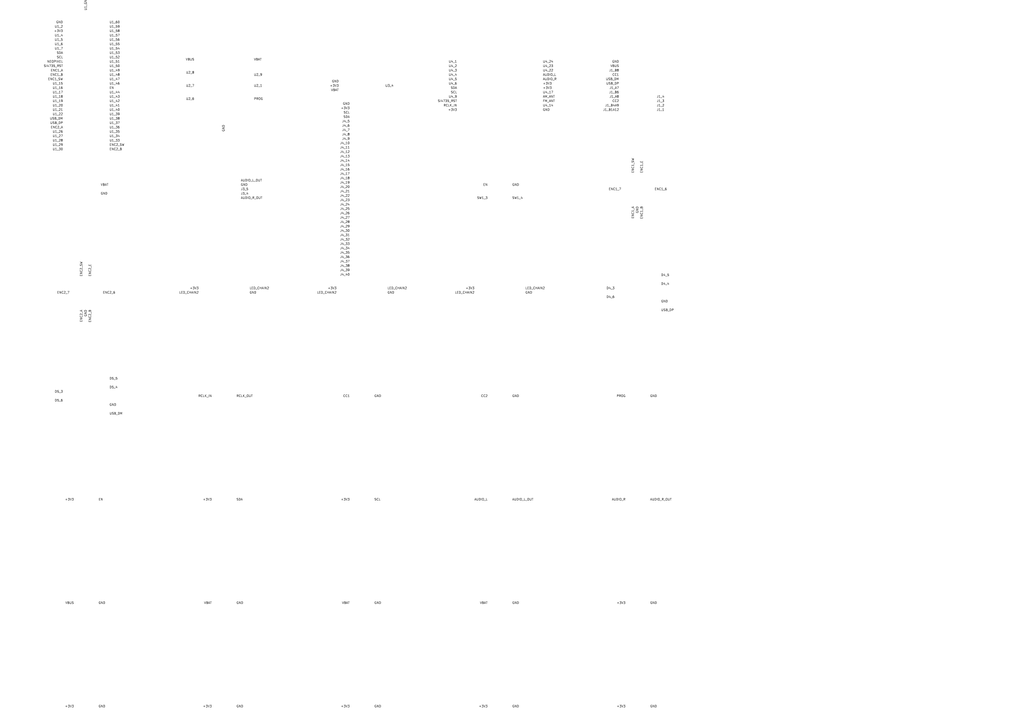
<source format=kicad_sch>
(kicad_sch (version 20231120) (generator "python_generator")
  (uuid "b0bace7c-b9f5-42a0-b069-eda8fc7cdb74")
  (paper "A2")
  (title_block
    (title "ESP32-S3 Portable Radio Receiver")
    (date "2025-12-16")
    (rev "1.0")
    (comment 1 "Generated from FSD with net labels")
  )
  (lib_symbols)

  (symbol (lib_id "JLCPCB:ESP32-S3-MINI-1-N8") (at 50.00 50.00 0)
    (uuid "d4841cfe-29b4-49c6-a94d-3b3cfdf8d6dc")
    (property "Reference" "U1" (at 50.00 40.00 0)
      (effects (font (size 1.27 1.27))))
    (property "Value" "" (at 50.00 60.00 0)
      (effects (font (size 1.27 1.27))))
    (property "Footprint" "" (at 50.00 62.00 0)
      (effects (font (size 1.27 1.27)) hide))
    (property "LCSC" "C2913206" (at 50.00 64.00 0)
      (effects (font (size 1.27 1.27)) hide))
    (instances (project "RadioReceiver" (path "/" (reference "U1") (unit 1))))
  )
  (label "GND" (at 36.57 13.17 180) (fields_autoplaced yes)
    (effects (font (size 1.27 1.27)) (justify right))
    (uuid "6a8fa56c-138c-4637-811a-ad87e332b1fb"))
  (label "U1_2" (at 36.57 15.71 180) (fields_autoplaced yes)
    (effects (font (size 1.27 1.27)) (justify right))
    (uuid "0af9c772-4776-478b-b4a0-e2dbfc431836"))
  (label "+3V3" (at 36.57 18.25 180) (fields_autoplaced yes)
    (effects (font (size 1.27 1.27)) (justify right))
    (uuid "6817479c-809f-4a7e-8212-fc51fee17ce5"))
  (label "U1_4" (at 36.57 20.79 180) (fields_autoplaced yes)
    (effects (font (size 1.27 1.27)) (justify right))
    (uuid "d9bb28ba-20f3-4637-a454-09626b8dce15"))
  (label "U1_5" (at 36.57 23.33 180) (fields_autoplaced yes)
    (effects (font (size 1.27 1.27)) (justify right))
    (uuid "52873b98-b2d2-47bf-9c1c-73eeb05447a4"))
  (label "U1_6" (at 36.57 25.87 180) (fields_autoplaced yes)
    (effects (font (size 1.27 1.27)) (justify right))
    (uuid "60ba3433-140e-4afd-897b-5f68a69c00a3"))
  (label "U1_7" (at 36.57 28.41 180) (fields_autoplaced yes)
    (effects (font (size 1.27 1.27)) (justify right))
    (uuid "f535f5ef-e63d-4de1-b821-fd8068eb6e47"))
  (label "SDA" (at 36.57 30.95 180) (fields_autoplaced yes)
    (effects (font (size 1.27 1.27)) (justify right))
    (uuid "99ee8095-8d81-4352-89f2-8b31ef161ba8"))
  (label "SCL" (at 36.57 33.49 180) (fields_autoplaced yes)
    (effects (font (size 1.27 1.27)) (justify right))
    (uuid "7e9404ff-7d37-43a0-b551-95c2ee2d3f90"))
  (label "NEOPIXEL" (at 36.57 36.03 180) (fields_autoplaced yes)
    (effects (font (size 1.27 1.27)) (justify right))
    (uuid "76863006-45f6-4461-9417-59b228ff08f6"))
  (label "SI4735_RST" (at 36.57 38.57 180) (fields_autoplaced yes)
    (effects (font (size 1.27 1.27)) (justify right))
    (uuid "7b1b3d5b-701d-4d0e-8c98-b59ae7d0ff70"))
  (label "ENC1_A" (at 36.57 41.11 180) (fields_autoplaced yes)
    (effects (font (size 1.27 1.27)) (justify right))
    (uuid "e79dbf87-8131-4917-b71c-f22e6b7db850"))
  (label "ENC1_B" (at 36.57 43.65 180) (fields_autoplaced yes)
    (effects (font (size 1.27 1.27)) (justify right))
    (uuid "74c4c87b-f5dd-4bee-bcb1-e4023ab917bb"))
  (label "ENC1_SW" (at 36.57 46.19 180) (fields_autoplaced yes)
    (effects (font (size 1.27 1.27)) (justify right))
    (uuid "608c8332-c6e0-4c73-bf7a-9b651ef6a943"))
  (label "U1_15" (at 36.57 48.73 180) (fields_autoplaced yes)
    (effects (font (size 1.27 1.27)) (justify right))
    (uuid "5331c2de-5ad6-4163-b04c-8228f72aca96"))
  (label "U1_16" (at 36.57 51.27 180) (fields_autoplaced yes)
    (effects (font (size 1.27 1.27)) (justify right))
    (uuid "b15da532-4096-4d1d-9046-3b896a583779"))
  (label "U1_17" (at 36.57 53.81 180) (fields_autoplaced yes)
    (effects (font (size 1.27 1.27)) (justify right))
    (uuid "76447f1b-51ed-470f-ae7b-25e51b0eeb87"))
  (label "U1_18" (at 36.57 56.35 180) (fields_autoplaced yes)
    (effects (font (size 1.27 1.27)) (justify right))
    (uuid "c55f570b-70b0-4529-873c-f13c31125b50"))
  (label "U1_19" (at 36.57 58.89 180) (fields_autoplaced yes)
    (effects (font (size 1.27 1.27)) (justify right))
    (uuid "fd036d65-a96f-4dd6-9412-5592f2a8bcb1"))
  (label "U1_20" (at 36.57 61.43 180) (fields_autoplaced yes)
    (effects (font (size 1.27 1.27)) (justify right))
    (uuid "2009ba77-b465-41bf-b633-c556ed839bd4"))
  (label "U1_21" (at 36.57 63.97 180) (fields_autoplaced yes)
    (effects (font (size 1.27 1.27)) (justify right))
    (uuid "9f454637-09e2-4745-9179-46476b985864"))
  (label "U1_22" (at 36.57 66.51 180) (fields_autoplaced yes)
    (effects (font (size 1.27 1.27)) (justify right))
    (uuid "541d69c0-902a-4907-bfb6-6796448a27b6"))
  (label "USB_DM" (at 36.57 69.05 180) (fields_autoplaced yes)
    (effects (font (size 1.27 1.27)) (justify right))
    (uuid "92a37791-65a3-4fef-b0f5-cee1ad4a20c2"))
  (label "USB_DP" (at 36.57 71.59 180) (fields_autoplaced yes)
    (effects (font (size 1.27 1.27)) (justify right))
    (uuid "9eaf1f82-f04f-40d5-8eb7-1d5f958e6615"))
  (label "ENC2_A" (at 36.57 74.13 180) (fields_autoplaced yes)
    (effects (font (size 1.27 1.27)) (justify right))
    (uuid "080047ee-cd2b-4552-b7b4-1d9bf21cb71b"))
  (label "U1_26" (at 36.57 76.67 180) (fields_autoplaced yes)
    (effects (font (size 1.27 1.27)) (justify right))
    (uuid "913205e3-c8c0-483d-8709-897d778bb5d0"))
  (label "U1_27" (at 36.57 79.21 180) (fields_autoplaced yes)
    (effects (font (size 1.27 1.27)) (justify right))
    (uuid "670e116e-03d9-46ae-bfa3-e2bb7d3115af"))
  (label "U1_28" (at 36.57 81.75 180) (fields_autoplaced yes)
    (effects (font (size 1.27 1.27)) (justify right))
    (uuid "e7bda4fb-b4c1-492a-8b09-9fe90dc4bf3e"))
  (label "U1_29" (at 36.57 84.29 180) (fields_autoplaced yes)
    (effects (font (size 1.27 1.27)) (justify right))
    (uuid "d8082ab4-cdac-42db-b81e-3fe8a344478c"))
  (label "U1_30" (at 36.57 86.83 180) (fields_autoplaced yes)
    (effects (font (size 1.27 1.27)) (justify right))
    (uuid "40b3077c-5518-4c72-a897-b7506df5062d"))
  (label "ENC2_B" (at 63.43 86.83 0) (fields_autoplaced yes)
    (effects (font (size 1.27 1.27)) (justify left))
    (uuid "06e1e447-6507-4b1b-a165-c05f60245aba"))
  (label "ENC2_SW" (at 63.43 84.29 0) (fields_autoplaced yes)
    (effects (font (size 1.27 1.27)) (justify left))
    (uuid "25d8bc2a-0ebd-41f2-94fe-4aa91edde6f1"))
  (label "U1_33" (at 63.43 81.75 0) (fields_autoplaced yes)
    (effects (font (size 1.27 1.27)) (justify left))
    (uuid "313afb62-5b3b-41e8-b7ee-f4ba80df12cf"))
  (label "U1_34" (at 63.43 79.21 0) (fields_autoplaced yes)
    (effects (font (size 1.27 1.27)) (justify left))
    (uuid "016c6eda-7a76-434d-80be-0ecc143d7c99"))
  (label "U1_35" (at 63.43 76.67 0) (fields_autoplaced yes)
    (effects (font (size 1.27 1.27)) (justify left))
    (uuid "d850dc99-6511-46ba-ab76-90fd9c6bc72e"))
  (label "U1_36" (at 63.43 74.13 0) (fields_autoplaced yes)
    (effects (font (size 1.27 1.27)) (justify left))
    (uuid "da938269-5ad6-4d9f-a78d-ecc94345ddc9"))
  (label "U1_37" (at 63.43 71.59 0) (fields_autoplaced yes)
    (effects (font (size 1.27 1.27)) (justify left))
    (uuid "c0a4860c-5521-48b1-947c-ed7608e86a72"))
  (label "U1_38" (at 63.43 69.05 0) (fields_autoplaced yes)
    (effects (font (size 1.27 1.27)) (justify left))
    (uuid "3bebeca6-64cc-42f3-a93b-e33636463a6f"))
  (label "U1_39" (at 63.43 66.51 0) (fields_autoplaced yes)
    (effects (font (size 1.27 1.27)) (justify left))
    (uuid "3116b231-db73-4231-a01b-a110fb93ec13"))
  (label "U1_40" (at 63.43 63.97 0) (fields_autoplaced yes)
    (effects (font (size 1.27 1.27)) (justify left))
    (uuid "eebd7d77-790b-49c8-93d3-987407ec5de7"))
  (label "U1_41" (at 63.43 61.43 0) (fields_autoplaced yes)
    (effects (font (size 1.27 1.27)) (justify left))
    (uuid "4e1ab3b7-6fb3-4acc-83e6-7929243a6f54"))
  (label "U1_42" (at 63.43 58.89 0) (fields_autoplaced yes)
    (effects (font (size 1.27 1.27)) (justify left))
    (uuid "3d7039c1-64c7-4c03-b723-026823cf499e"))
  (label "U1_43" (at 63.43 56.35 0) (fields_autoplaced yes)
    (effects (font (size 1.27 1.27)) (justify left))
    (uuid "efc912f3-0578-4d36-ab90-beca8f06b059"))
  (label "U1_44" (at 63.43 53.81 0) (fields_autoplaced yes)
    (effects (font (size 1.27 1.27)) (justify left))
    (uuid "5fe476b3-c0bc-4930-9ba0-cac93703d723"))
  (label "EN" (at 63.43 51.27 0) (fields_autoplaced yes)
    (effects (font (size 1.27 1.27)) (justify left))
    (uuid "2bfd34fe-fb21-4b3f-8584-3f81baba7271"))
  (label "U1_46" (at 63.43 48.73 0) (fields_autoplaced yes)
    (effects (font (size 1.27 1.27)) (justify left))
    (uuid "1ba0aaa2-9b71-4cfc-abbd-2470bf30c587"))
  (label "U1_47" (at 63.43 46.19 0) (fields_autoplaced yes)
    (effects (font (size 1.27 1.27)) (justify left))
    (uuid "7efea6c4-9971-4dfe-8d46-c7f859a41fcb"))
  (label "U1_48" (at 63.43 43.65 0) (fields_autoplaced yes)
    (effects (font (size 1.27 1.27)) (justify left))
    (uuid "2e6db3d7-a097-45d7-990b-af7a9a8fe3f7"))
  (label "U1_49" (at 63.43 41.11 0) (fields_autoplaced yes)
    (effects (font (size 1.27 1.27)) (justify left))
    (uuid "96d9aac9-5957-4c2b-b65d-cbeab058799b"))
  (label "U1_50" (at 63.43 38.57 0) (fields_autoplaced yes)
    (effects (font (size 1.27 1.27)) (justify left))
    (uuid "b530f0c5-dec7-4c50-8b1c-08493773cedf"))
  (label "U1_51" (at 63.43 36.03 0) (fields_autoplaced yes)
    (effects (font (size 1.27 1.27)) (justify left))
    (uuid "128419f4-a71f-41ff-b4f7-fb409720bbce"))
  (label "U1_52" (at 63.43 33.49 0) (fields_autoplaced yes)
    (effects (font (size 1.27 1.27)) (justify left))
    (uuid "03e22962-2f1b-4522-9e53-8e2650b705e4"))
  (label "U1_53" (at 63.43 30.95 0) (fields_autoplaced yes)
    (effects (font (size 1.27 1.27)) (justify left))
    (uuid "2131fdba-5d1a-4a83-857c-6424311c1041"))
  (label "U1_54" (at 63.43 28.41 0) (fields_autoplaced yes)
    (effects (font (size 1.27 1.27)) (justify left))
    (uuid "6a244391-cc0d-475f-b2d3-9d05634f1961"))
  (label "U1_55" (at 63.43 25.87 0) (fields_autoplaced yes)
    (effects (font (size 1.27 1.27)) (justify left))
    (uuid "b5c30d9e-764d-4d63-ac94-4314f68f14d3"))
  (label "U1_56" (at 63.43 23.33 0) (fields_autoplaced yes)
    (effects (font (size 1.27 1.27)) (justify left))
    (uuid "8ee70284-2ff3-4118-89ef-0edf6fb78d6f"))
  (label "U1_57" (at 63.43 20.79 0) (fields_autoplaced yes)
    (effects (font (size 1.27 1.27)) (justify left))
    (uuid "af437114-9e94-4dfa-ba5c-2a0eca432bad"))
  (label "U1_58" (at 63.43 18.25 0) (fields_autoplaced yes)
    (effects (font (size 1.27 1.27)) (justify left))
    (uuid "e6486fe4-0af9-40e9-b4f1-92b5b5caf042"))
  (label "U1_59" (at 63.43 15.71 0) (fields_autoplaced yes)
    (effects (font (size 1.27 1.27)) (justify left))
    (uuid "ff0651c8-437a-4782-a2a7-810e2b0acd1a"))
  (label "U1_60" (at 63.43 13.17 0) (fields_autoplaced yes)
    (effects (font (size 1.27 1.27)) (justify left))
    (uuid "fd6a61af-3464-44cb-9986-0eb12b3828fc"))
  (label "U1_GND" (at 50.00 6.09 270) (fields_autoplaced yes)
    (effects (font (size 1.27 1.27)) (justify left))
    (uuid "822d9e5d-d72d-450b-9308-23e69ac8e754"))
  (symbol (lib_id "JLCPCB:TP4056") (at 130.00 50.00 0)
    (uuid "7a753a94-9b64-4bc9-96d1-3df094217a5d")
    (property "Reference" "U2" (at 130.00 40.00 0)
      (effects (font (size 1.27 1.27))))
    (property "Value" "" (at 130.00 60.00 0)
      (effects (font (size 1.27 1.27))))
    (property "Footprint" "" (at 130.00 62.00 0)
      (effects (font (size 1.27 1.27)) hide))
    (property "LCSC" "C16581" (at 130.00 64.00 0)
      (effects (font (size 1.27 1.27)) hide))
    (instances (project "RadioReceiver" (path "/" (reference "U2") (unit 1))))
  )
  (label "VBAT" (at 147.24 34.76 0) (fields_autoplaced yes)
    (effects (font (size 1.27 1.27)) (justify left))
    (uuid "358d90c9-3b1c-421e-9baf-b799fb5c690f"))
  (label "U2_1" (at 147.24 50.00 0) (fields_autoplaced yes)
    (effects (font (size 1.27 1.27)) (justify left))
    (uuid "cf5f8122-a486-452b-8e84-e8dd5527c9bb"))
  (label "PROG" (at 147.24 57.62 0) (fields_autoplaced yes)
    (effects (font (size 1.27 1.27)) (justify left))
    (uuid "03d4f80a-39d4-456e-a879-20c8b3ea6ff9"))
  (label "GND" (at 130.00 72.32 270) (fields_autoplaced yes)
    (effects (font (size 1.27 1.27)) (justify right))
    (uuid "4cc95a8a-7f88-4dcb-a0db-d633b266dd49"))
  (label "VBUS" (at 112.76 34.76 180) (fields_autoplaced yes)
    (effects (font (size 1.27 1.27)) (justify right))
    (uuid "5fe33cee-5b3f-4737-a1b7-5274ca0bb853"))
  (label "U2_8" (at 112.76 42.38 180) (fields_autoplaced yes)
    (effects (font (size 1.27 1.27)) (justify right))
    (uuid "95383a21-0bfb-4873-ae96-7dc3282ad479"))
  (label "U2_7" (at 112.76 50.00 180) (fields_autoplaced yes)
    (effects (font (size 1.27 1.27)) (justify right))
    (uuid "94bbfab2-ac8c-4f9e-9106-2cac823f8473"))
  (label "U2_6" (at 112.76 57.62 180) (fields_autoplaced yes)
    (effects (font (size 1.27 1.27)) (justify right))
    (uuid "21b26633-37ae-4906-96c1-66880c653f2d"))
  (label "U2_9" (at 147.24 43.65 0) (fields_autoplaced yes)
    (effects (font (size 1.27 1.27)) (justify left))
    (uuid "645574c9-31d0-402a-b02e-cf39850c7a29"))
  (symbol (lib_id "JLCPCB:AMS1117-3_3") (at 210.00 50.00 0)
    (uuid "80ba8f1b-26fc-4ae4-a634-cd114b626c9a")
    (property "Reference" "U3" (at 210.00 40.00 0)
      (effects (font (size 1.27 1.27))))
    (property "Value" "" (at 210.00 60.00 0)
      (effects (font (size 1.27 1.27))))
    (property "Footprint" "" (at 210.00 62.00 0)
      (effects (font (size 1.27 1.27)) hide))
    (property "LCSC" "C6186" (at 210.00 64.00 0)
      (effects (font (size 1.27 1.27)) hide))
    (instances (project "RadioReceiver" (path "/" (reference "U3") (unit 1))))
  )
  (label "GND" (at 196.57 47.46 180) (fields_autoplaced yes)
    (effects (font (size 1.27 1.27)) (justify right))
    (uuid "b61abadf-32dc-42d8-b488-90d15f37be05"))
  (label "+3V3" (at 196.57 50.00 180) (fields_autoplaced yes)
    (effects (font (size 1.27 1.27)) (justify right))
    (uuid "dbb672bd-d3e2-4f9f-9398-0a3322289df2"))
  (label "VBAT" (at 196.57 52.54 180) (fields_autoplaced yes)
    (effects (font (size 1.27 1.27)) (justify right))
    (uuid "9cf3806b-3844-4c2a-a89e-65168f6aa3b6"))
  (label "U3_4" (at 223.43 50.00 0) (fields_autoplaced yes)
    (effects (font (size 1.27 1.27)) (justify left))
    (uuid "c5af177c-dac9-4643-84e4-be924b634edb"))
  (symbol (lib_id "JLCPCB:SI4735-D60-GU") (at 290.00 50.00 0)
    (uuid "572e11bc-5e3e-4263-9233-4413c9f8adb2")
    (property "Reference" "U4" (at 290.00 40.00 0)
      (effects (font (size 1.27 1.27))))
    (property "Value" "" (at 290.00 60.00 0)
      (effects (font (size 1.27 1.27))))
    (property "Footprint" "" (at 290.00 62.00 0)
      (effects (font (size 1.27 1.27)) hide))
    (property "LCSC" "C1526089" (at 290.00 64.00 0)
      (effects (font (size 1.27 1.27)) hide))
    (instances (project "RadioReceiver" (path "/" (reference "U4") (unit 1))))
  )
  (label "U4_1" (at 265.14 36.03 180) (fields_autoplaced yes)
    (effects (font (size 1.27 1.27)) (justify right))
    (uuid "875649b9-f052-4b42-8b31-545a37f829b0"))
  (label "U4_2" (at 265.14 38.57 180) (fields_autoplaced yes)
    (effects (font (size 1.27 1.27)) (justify right))
    (uuid "84a2d995-f3a3-4d9a-a938-ad86932d8979"))
  (label "U4_3" (at 265.14 41.11 180) (fields_autoplaced yes)
    (effects (font (size 1.27 1.27)) (justify right))
    (uuid "6b92f353-9cb8-4811-a515-d09250bc0038"))
  (label "U4_4" (at 265.14 43.65 180) (fields_autoplaced yes)
    (effects (font (size 1.27 1.27)) (justify right))
    (uuid "d2db376f-99e2-4f68-a811-3656ca414711"))
  (label "U4_5" (at 265.14 46.19 180) (fields_autoplaced yes)
    (effects (font (size 1.27 1.27)) (justify right))
    (uuid "fbbe5d54-3f08-4c7a-b119-c385279aeb36"))
  (label "U4_6" (at 265.14 48.73 180) (fields_autoplaced yes)
    (effects (font (size 1.27 1.27)) (justify right))
    (uuid "afdf8c5b-5ed6-48b7-8973-0ae0ce804165"))
  (label "SDA" (at 265.14 51.27 180) (fields_autoplaced yes)
    (effects (font (size 1.27 1.27)) (justify right))
    (uuid "5b565220-591f-466b-956f-8a2ec0aadc5e"))
  (label "SCL" (at 265.14 53.81 180) (fields_autoplaced yes)
    (effects (font (size 1.27 1.27)) (justify right))
    (uuid "7b60bedd-3179-49c4-acc9-21d13a69197c"))
  (label "U4_9" (at 265.14 56.35 180) (fields_autoplaced yes)
    (effects (font (size 1.27 1.27)) (justify right))
    (uuid "327df276-f9f4-474e-a3fb-7a00279239fe"))
  (label "SI4735_RST" (at 265.14 58.89 180) (fields_autoplaced yes)
    (effects (font (size 1.27 1.27)) (justify right))
    (uuid "70489d85-390a-4a5f-9cff-ad4ecc9b5c11"))
  (label "RCLK_IN" (at 265.14 61.43 180) (fields_autoplaced yes)
    (effects (font (size 1.27 1.27)) (justify right))
    (uuid "781efb29-d8a1-4d36-b5c9-d06e3b58157a"))
  (label "+3V3" (at 265.14 63.97 180) (fields_autoplaced yes)
    (effects (font (size 1.27 1.27)) (justify right))
    (uuid "da91375d-d481-48e8-8502-09900a7390dc"))
  (label "GND" (at 314.86 63.97 0) (fields_autoplaced yes)
    (effects (font (size 1.27 1.27)) (justify left))
    (uuid "0d7d2a5c-0246-439b-923e-7ffdca135e4a"))
  (label "U4_14" (at 314.86 61.43 0) (fields_autoplaced yes)
    (effects (font (size 1.27 1.27)) (justify left))
    (uuid "e26149ce-204d-45ad-88b2-0c183930d263"))
  (label "FM_ANT" (at 314.86 58.89 0) (fields_autoplaced yes)
    (effects (font (size 1.27 1.27)) (justify left))
    (uuid "d44d3008-dd60-4107-9431-a575a03c1b66"))
  (label "AM_ANT" (at 314.86 56.35 0) (fields_autoplaced yes)
    (effects (font (size 1.27 1.27)) (justify left))
    (uuid "9ef195cf-bb12-4b57-8abb-02ad746a5ce3"))
  (label "U4_17" (at 314.86 53.81 0) (fields_autoplaced yes)
    (effects (font (size 1.27 1.27)) (justify left))
    (uuid "27400828-c41f-43c1-b15d-d77f5fae5bb8"))
  (label "+3V3" (at 314.86 51.27 0) (fields_autoplaced yes)
    (effects (font (size 1.27 1.27)) (justify left))
    (uuid "97d4dd4e-70ed-484e-93de-00b70bff120e"))
  (label "+3V3" (at 314.86 48.73 0) (fields_autoplaced yes)
    (effects (font (size 1.27 1.27)) (justify left))
    (uuid "65979119-ae46-4b40-84ec-94a4eafdab36"))
  (label "AUDIO_R" (at 314.86 46.19 0) (fields_autoplaced yes)
    (effects (font (size 1.27 1.27)) (justify left))
    (uuid "6a7cc2bb-9bfd-4f92-a507-005f4482ad11"))
  (label "AUDIO_L" (at 314.86 43.65 0) (fields_autoplaced yes)
    (effects (font (size 1.27 1.27)) (justify left))
    (uuid "9c128d3a-4a89-49cb-a00e-2d2bfd87a7df"))
  (label "U4_22" (at 314.86 41.11 0) (fields_autoplaced yes)
    (effects (font (size 1.27 1.27)) (justify left))
    (uuid "485c1797-4e94-4a6a-8da2-36b6234f8de4"))
  (label "U4_23" (at 314.86 38.57 0) (fields_autoplaced yes)
    (effects (font (size 1.27 1.27)) (justify left))
    (uuid "887f52d5-2017-490c-b4e5-57b7e258b303"))
  (label "U4_24" (at 314.86 36.03 0) (fields_autoplaced yes)
    (effects (font (size 1.27 1.27)) (justify left))
    (uuid "2375a20c-08f5-4622-a00c-82a7a843611d"))
  (symbol (lib_id "JLCPCB:TYPE-C-31-M-12") (at 370.00 50.00 0)
    (uuid "1e029629-ccf3-4035-87a5-3f41ea3c25ad")
    (property "Reference" "J1" (at 370.00 40.00 0)
      (effects (font (size 1.27 1.27))))
    (property "Value" "" (at 370.00 60.00 0)
      (effects (font (size 1.27 1.27))))
    (property "Footprint" "" (at 370.00 62.00 0)
      (effects (font (size 1.27 1.27)) hide))
    (property "LCSC" "C165948" (at 370.00 64.00 0)
      (effects (font (size 1.27 1.27)) hide))
    (instances (project "RadioReceiver" (path "/" (reference "J1") (unit 1))))
  )
  (label "GND" (at 359.11 36.03 180) (fields_autoplaced yes)
    (effects (font (size 1.27 1.27)) (justify right))
    (uuid "db86159a-bf61-4822-b83a-a869775c75e8"))
  (label "VBUS" (at 359.11 38.57 180) (fields_autoplaced yes)
    (effects (font (size 1.27 1.27)) (justify right))
    (uuid "97612020-d82c-477a-bb3c-c726dfad10b8"))
  (label "J1_B8" (at 359.11 41.11 180) (fields_autoplaced yes)
    (effects (font (size 1.27 1.27)) (justify right))
    (uuid "53c42e96-be34-4bb2-ba5f-b50f889d333a"))
  (label "CC1" (at 359.11 43.65 180) (fields_autoplaced yes)
    (effects (font (size 1.27 1.27)) (justify right))
    (uuid "6bb8626d-4616-4baa-9911-475552226db1"))
  (label "USB_DM" (at 359.11 46.19 180) (fields_autoplaced yes)
    (effects (font (size 1.27 1.27)) (justify right))
    (uuid "10981a6e-3a2d-4ede-b5cd-2bdbfc6f8308"))
  (label "USB_DP" (at 359.11 48.73 180) (fields_autoplaced yes)
    (effects (font (size 1.27 1.27)) (justify right))
    (uuid "60715b22-7c8e-41ab-a465-9b9cf7afc983"))
  (label "J1_A7" (at 359.11 51.27 180) (fields_autoplaced yes)
    (effects (font (size 1.27 1.27)) (justify right))
    (uuid "f08e4656-a9a1-4b49-b066-aff33c022478"))
  (label "J1_B6" (at 359.11 53.81 180) (fields_autoplaced yes)
    (effects (font (size 1.27 1.27)) (justify right))
    (uuid "5f07aec5-4c8c-4e57-b2a7-3b696427df06"))
  (label "J1_A8" (at 359.11 56.35 180) (fields_autoplaced yes)
    (effects (font (size 1.27 1.27)) (justify right))
    (uuid "ba483385-d150-490f-a67c-ae795f020f15"))
  (label "CC2" (at 359.11 58.89 180) (fields_autoplaced yes)
    (effects (font (size 1.27 1.27)) (justify right))
    (uuid "9b563abd-a6f7-4ac0-a322-b1a66f21c1e1"))
  (label "J1_B4A9" (at 359.11 61.43 180) (fields_autoplaced yes)
    (effects (font (size 1.27 1.27)) (justify right))
    (uuid "59629138-4a90-4105-bbe9-67ea7214cf70"))
  (label "J1_B1A12" (at 359.11 63.97 180) (fields_autoplaced yes)
    (effects (font (size 1.27 1.27)) (justify right))
    (uuid "351a7079-a1b7-4d08-90ba-ce1fcc4ae1d5"))
  (label "J1_4" (at 380.89 56.35 0) (fields_autoplaced yes)
    (effects (font (size 1.27 1.27)) (justify left))
    (uuid "f98c3851-5d97-443f-9a1c-beedaf9c5283"))
  (label "J1_3" (at 380.89 58.89 0) (fields_autoplaced yes)
    (effects (font (size 1.27 1.27)) (justify left))
    (uuid "9edf96b8-e121-4fcb-b03a-91b7a0cfc469"))
  (label "J1_2" (at 380.89 61.43 0) (fields_autoplaced yes)
    (effects (font (size 1.27 1.27)) (justify left))
    (uuid "b2a7682f-74e9-4b48-ad57-a1ba14f3df25"))
  (label "J1_1" (at 380.89 63.97 0) (fields_autoplaced yes)
    (effects (font (size 1.27 1.27)) (justify left))
    (uuid "95de9cad-cf51-4866-8fad-1790c8c30c37"))
  (symbol (lib_id "JLCPCB:B2B-PH-K-S(LF)(SN)") (at 50.00 110.00 0)
    (uuid "1f404847-cecc-490c-a6fb-5695cd05af89")
    (property "Reference" "J2" (at 50.00 100.00 0)
      (effects (font (size 1.27 1.27))))
    (property "Value" "" (at 50.00 120.00 0)
      (effects (font (size 1.27 1.27))))
    (property "Footprint" "" (at 50.00 122.00 0)
      (effects (font (size 1.27 1.27)) hide))
    (property "LCSC" "C131337" (at 50.00 124.00 0)
      (effects (font (size 1.27 1.27)) hide))
    (instances (project "RadioReceiver" (path "/" (reference "J2") (unit 1))))
  )
  (label "VBAT" (at 58.35 107.46 0) (fields_autoplaced yes)
    (effects (font (size 1.27 1.27)) (justify left))
    (uuid "ab5afdbb-1e77-4ce2-9031-b039fa044e7b"))
  (label "GND" (at 58.35 112.54 0) (fields_autoplaced yes)
    (effects (font (size 1.27 1.27)) (justify left))
    (uuid "49e7eefd-f11b-4fa0-b766-5fb599fe1738"))
  (symbol (lib_id "JLCPCB:PJ-3537S") (at 130.00 110.00 0)
    (uuid "872c8388-d1d1-426d-8776-2740a3a6ce2f")
    (property "Reference" "J3" (at 130.00 100.00 0)
      (effects (font (size 1.27 1.27))))
    (property "Value" "" (at 130.00 120.00 0)
      (effects (font (size 1.27 1.27))))
    (property "Footprint" "" (at 130.00 122.00 0)
      (effects (font (size 1.27 1.27)) hide))
    (property "LCSC" "C2689709" (at 130.00 124.00 0)
      (effects (font (size 1.27 1.27)) hide))
    (instances (project "RadioReceiver" (path "/" (reference "J3") (unit 1))))
  )
  (label "AUDIO_L_OUT" (at 139.62 104.92 0) (fields_autoplaced yes)
    (effects (font (size 1.27 1.27)) (justify left))
    (uuid "029a25b1-a30a-40ba-af29-e5d2bd00c754"))
  (label "J3_5" (at 139.62 110.00 0) (fields_autoplaced yes)
    (effects (font (size 1.27 1.27)) (justify left))
    (uuid "69c9becd-cd4a-4118-bca9-6eb026542ba8"))
  (label "GND" (at 139.62 107.46 0) (fields_autoplaced yes)
    (effects (font (size 1.27 1.27)) (justify left))
    (uuid "7d2b7bae-f749-428b-87b6-ac5afb53521b"))
  (label "J3_4" (at 139.62 112.54 0) (fields_autoplaced yes)
    (effects (font (size 1.27 1.27)) (justify left))
    (uuid "3e70bbad-d5b1-4966-bee2-97734ccb86d4"))
  (label "AUDIO_R_OUT" (at 139.62 115.08 0) (fields_autoplaced yes)
    (effects (font (size 1.27 1.27)) (justify left))
    (uuid "92fdfc3d-7dab-4d8a-b48e-c6cb1ac3167b"))
  (symbol (lib_id "JLCPCB:Header-Male-2_54_1x40") (at 210.00 110.00 0)
    (uuid "1d250cfd-2c74-4bf8-8e6a-dcb9aeae4687")
    (property "Reference" "J4" (at 210.00 100.00 0)
      (effects (font (size 1.27 1.27))))
    (property "Value" "" (at 210.00 120.00 0)
      (effects (font (size 1.27 1.27))))
    (property "Footprint" "" (at 210.00 122.00 0)
      (effects (font (size 1.27 1.27)) hide))
    (property "LCSC" "C2337" (at 210.00 124.00 0)
      (effects (font (size 1.27 1.27)) hide))
    (instances (project "RadioReceiver" (path "/" (reference "J4") (unit 1))))
  )
  (label "GND" (at 202.92 60.47 180) (fields_autoplaced yes)
    (effects (font (size 1.27 1.27)) (justify right))
    (uuid "9456f0f4-0b94-4455-8d66-4ff812e3ee8f"))
  (label "+3V3" (at 202.92 63.01 180) (fields_autoplaced yes)
    (effects (font (size 1.27 1.27)) (justify right))
    (uuid "98eee5b8-ba9c-48ad-ad98-434d883d5ac7"))
  (label "SCL" (at 202.92 65.55 180) (fields_autoplaced yes)
    (effects (font (size 1.27 1.27)) (justify right))
    (uuid "adf45fa5-997f-434d-8875-2ccba32a4e81"))
  (label "SDA" (at 202.92 68.09 180) (fields_autoplaced yes)
    (effects (font (size 1.27 1.27)) (justify right))
    (uuid "8daec785-660f-48fb-9a54-ff5acf4452c6"))
  (label "J4_5" (at 202.92 70.63 180) (fields_autoplaced yes)
    (effects (font (size 1.27 1.27)) (justify right))
    (uuid "bef179a1-5898-4561-8dc2-be7ec942eaae"))
  (label "J4_6" (at 202.92 73.17 180) (fields_autoplaced yes)
    (effects (font (size 1.27 1.27)) (justify right))
    (uuid "5ffc3905-f1de-4a96-ac7d-d104ed8ba465"))
  (label "J4_7" (at 202.92 75.71 180) (fields_autoplaced yes)
    (effects (font (size 1.27 1.27)) (justify right))
    (uuid "25760a6a-8f48-43ba-ab93-3aded2e609ac"))
  (label "J4_8" (at 202.92 78.25 180) (fields_autoplaced yes)
    (effects (font (size 1.27 1.27)) (justify right))
    (uuid "c4c6d5a6-c034-45d1-b11c-1d90699efeaf"))
  (label "J4_9" (at 202.92 80.79 180) (fields_autoplaced yes)
    (effects (font (size 1.27 1.27)) (justify right))
    (uuid "946a60e8-36ba-462e-a02d-ee9b7c51e7ee"))
  (label "J4_10" (at 202.92 83.33 180) (fields_autoplaced yes)
    (effects (font (size 1.27 1.27)) (justify right))
    (uuid "8fa6950c-2a5f-47e8-8a6a-fe60bf62851f"))
  (label "J4_11" (at 202.92 85.87 180) (fields_autoplaced yes)
    (effects (font (size 1.27 1.27)) (justify right))
    (uuid "a4fd4d5a-1326-4266-a470-4eb8537d8061"))
  (label "J4_12" (at 202.92 88.41 180) (fields_autoplaced yes)
    (effects (font (size 1.27 1.27)) (justify right))
    (uuid "0f4d6893-b4f8-4533-8915-6fc6faea5e0b"))
  (label "J4_13" (at 202.92 90.95 180) (fields_autoplaced yes)
    (effects (font (size 1.27 1.27)) (justify right))
    (uuid "f5240f4c-da43-4010-a0b1-e9a8f43fff7a"))
  (label "J4_14" (at 202.92 93.49 180) (fields_autoplaced yes)
    (effects (font (size 1.27 1.27)) (justify right))
    (uuid "342144a6-243c-43f6-8aee-c589445defc4"))
  (label "J4_15" (at 202.92 96.03 180) (fields_autoplaced yes)
    (effects (font (size 1.27 1.27)) (justify right))
    (uuid "7400cc30-40fe-41a6-a9ec-31551f212ee4"))
  (label "J4_16" (at 202.92 98.57 180) (fields_autoplaced yes)
    (effects (font (size 1.27 1.27)) (justify right))
    (uuid "ecd3968f-17ca-4ccf-97a0-aea66154324d"))
  (label "J4_17" (at 202.92 101.11 180) (fields_autoplaced yes)
    (effects (font (size 1.27 1.27)) (justify right))
    (uuid "46ca0988-92ce-4a48-9e8d-aa49266849eb"))
  (label "J4_18" (at 202.92 103.65 180) (fields_autoplaced yes)
    (effects (font (size 1.27 1.27)) (justify right))
    (uuid "fadcf942-d30e-4c1d-9afb-ebcb997fdbca"))
  (label "J4_19" (at 202.92 106.19 180) (fields_autoplaced yes)
    (effects (font (size 1.27 1.27)) (justify right))
    (uuid "ef1933d8-5a5d-4187-8d6a-1d034839770c"))
  (label "J4_20" (at 202.92 108.73 180) (fields_autoplaced yes)
    (effects (font (size 1.27 1.27)) (justify right))
    (uuid "2cbfa917-2236-438d-87be-43c448886a76"))
  (label "J4_21" (at 202.92 111.27 180) (fields_autoplaced yes)
    (effects (font (size 1.27 1.27)) (justify right))
    (uuid "d3156859-9cef-4ff6-aad2-0a70125472ed"))
  (label "J4_22" (at 202.92 113.81 180) (fields_autoplaced yes)
    (effects (font (size 1.27 1.27)) (justify right))
    (uuid "78e3729e-711e-4794-9812-c0f7c97a97a0"))
  (label "J4_23" (at 202.92 116.35 180) (fields_autoplaced yes)
    (effects (font (size 1.27 1.27)) (justify right))
    (uuid "57b0dfe5-76a7-45ee-b30c-228b129983f1"))
  (label "J4_24" (at 202.92 118.89 180) (fields_autoplaced yes)
    (effects (font (size 1.27 1.27)) (justify right))
    (uuid "e6852abe-5a6a-4000-9408-cdab3d582289"))
  (label "J4_25" (at 202.92 121.43 180) (fields_autoplaced yes)
    (effects (font (size 1.27 1.27)) (justify right))
    (uuid "5141738b-382b-4b46-bfde-20749d2631ed"))
  (label "J4_26" (at 202.92 123.97 180) (fields_autoplaced yes)
    (effects (font (size 1.27 1.27)) (justify right))
    (uuid "d671e8d2-b740-4ff3-adf2-dbb78dd08cc0"))
  (label "J4_27" (at 202.92 126.51 180) (fields_autoplaced yes)
    (effects (font (size 1.27 1.27)) (justify right))
    (uuid "b11612c7-c2d5-46a7-9c94-b0a42566c635"))
  (label "J4_28" (at 202.92 129.05 180) (fields_autoplaced yes)
    (effects (font (size 1.27 1.27)) (justify right))
    (uuid "48a69aaa-4847-4ffb-914b-934aee1f48d8"))
  (label "J4_29" (at 202.92 131.59 180) (fields_autoplaced yes)
    (effects (font (size 1.27 1.27)) (justify right))
    (uuid "20d0c818-c473-4af5-a95f-a45d879da52a"))
  (label "J4_30" (at 202.92 134.13 180) (fields_autoplaced yes)
    (effects (font (size 1.27 1.27)) (justify right))
    (uuid "a1c8dcf1-24ee-4674-813b-506a66662b56"))
  (label "J4_31" (at 202.92 136.67 180) (fields_autoplaced yes)
    (effects (font (size 1.27 1.27)) (justify right))
    (uuid "fcb045bd-98cb-454f-ac77-81c09be4982c"))
  (label "J4_32" (at 202.92 139.21 180) (fields_autoplaced yes)
    (effects (font (size 1.27 1.27)) (justify right))
    (uuid "8b9e97c2-ec0a-44c1-b38f-59c7c8f22d2b"))
  (label "J4_33" (at 202.92 141.75 180) (fields_autoplaced yes)
    (effects (font (size 1.27 1.27)) (justify right))
    (uuid "f991a4c4-3498-4441-b8cd-7cb65a67c93d"))
  (label "J4_34" (at 202.92 144.29 180) (fields_autoplaced yes)
    (effects (font (size 1.27 1.27)) (justify right))
    (uuid "6e974eb9-41f8-496b-a96c-9aceb9c0e2bb"))
  (label "J4_35" (at 202.92 146.83 180) (fields_autoplaced yes)
    (effects (font (size 1.27 1.27)) (justify right))
    (uuid "3139fdc7-d244-4cdb-b154-460c5065e314"))
  (label "J4_36" (at 202.92 149.37 180) (fields_autoplaced yes)
    (effects (font (size 1.27 1.27)) (justify right))
    (uuid "343d9462-1617-4ec4-bace-593397fcd666"))
  (label "J4_37" (at 202.92 151.91 180) (fields_autoplaced yes)
    (effects (font (size 1.27 1.27)) (justify right))
    (uuid "f428164e-debc-4e6c-987c-672cb0dde25a"))
  (label "J4_38" (at 202.92 154.45 180) (fields_autoplaced yes)
    (effects (font (size 1.27 1.27)) (justify right))
    (uuid "e88dd56b-b21f-4aec-8a28-d1ab43f3aa79"))
  (label "J4_39" (at 202.92 156.99 180) (fields_autoplaced yes)
    (effects (font (size 1.27 1.27)) (justify right))
    (uuid "fdc03a9b-fd06-48ba-a5e7-0c8d5af967ac"))
  (label "J4_40" (at 202.92 159.53 180) (fields_autoplaced yes)
    (effects (font (size 1.27 1.27)) (justify right))
    (uuid "9322d815-b94f-433c-8f5c-af33374a5d31"))
  (symbol (lib_id "JLCPCB:TS-1187A-B-A-B") (at 290.00 110.00 0)
    (uuid "391573a5-6ef7-4d62-b00c-a5be09a62a84")
    (property "Reference" "SW1" (at 290.00 100.00 0)
      (effects (font (size 1.27 1.27))))
    (property "Value" "" (at 290.00 120.00 0)
      (effects (font (size 1.27 1.27))))
    (property "Footprint" "" (at 290.00 122.00 0)
      (effects (font (size 1.27 1.27)) hide))
    (property "LCSC" "C318884" (at 290.00 124.00 0)
      (effects (font (size 1.27 1.27)) hide))
    (instances (project "RadioReceiver" (path "/" (reference "SW1") (unit 1))))
  )
  (label "GND" (at 297.08 107.46 0) (fields_autoplaced yes)
    (effects (font (size 1.27 1.27)) (justify left))
    (uuid "524981ca-814c-4e2b-b089-93457323e000"))
  (label "EN" (at 282.92 107.46 180) (fields_autoplaced yes)
    (effects (font (size 1.27 1.27)) (justify right))
    (uuid "df1c9478-b2b0-4f24-943e-43c3e834ea95"))
  (label "SW1_4" (at 297.08 115.08 0) (fields_autoplaced yes)
    (effects (font (size 1.27 1.27)) (justify left))
    (uuid "3e6511da-8342-4285-8cd5-300fa594c823"))
  (label "SW1_3" (at 282.92 115.08 180) (fields_autoplaced yes)
    (effects (font (size 1.27 1.27)) (justify right))
    (uuid "6610c1e1-7dde-4993-9450-31c2d392bdd6"))
  (symbol (lib_id "JLCPCB:EC11E18244A5") (at 370.00 110.00 0)
    (uuid "b1c6a3c1-dd77-4fb4-89d7-d76b459ffaa9")
    (property "Reference" "ENC1" (at 370.00 100.00 0)
      (effects (font (size 1.27 1.27))))
    (property "Value" "" (at 370.00 120.00 0)
      (effects (font (size 1.27 1.27))))
    (property "Footprint" "" (at 370.00 122.00 0)
      (effects (font (size 1.27 1.27)) hide))
    (property "LCSC" "C255515" (at 370.00 124.00 0)
      (effects (font (size 1.27 1.27)) hide))
    (instances (project "RadioReceiver" (path "/" (reference "ENC1") (unit 1))))
  )
  (label "ENC1_A" (at 367.46 119.62 270) (fields_autoplaced yes)
    (effects (font (size 1.27 1.27)) (justify right))
    (uuid "9e80f370-3a11-4ed9-bc2d-d2fee5387b58"))
  (label "ENC1_B" (at 372.54 119.62 270) (fields_autoplaced yes)
    (effects (font (size 1.27 1.27)) (justify right))
    (uuid "64e3532c-1efa-41e6-b873-76e82397e92f"))
  (label "GND" (at 370.00 119.62 270) (fields_autoplaced yes)
    (effects (font (size 1.27 1.27)) (justify right))
    (uuid "1843f355-3a5c-4354-bc6a-40c037323433"))
  (label "ENC1_SW" (at 367.46 100.38 270) (fields_autoplaced yes)
    (effects (font (size 1.27 1.27)) (justify left))
    (uuid "1ba01f49-21a4-4274-82d8-eec861d738fb"))
  (label "ENC1_E" (at 372.54 100.38 270) (fields_autoplaced yes)
    (effects (font (size 1.27 1.27)) (justify left))
    (uuid "c6b2e35a-5d6f-4107-99b5-b9653dbdcea9"))
  (label "ENC1_6" (at 379.62 110.00 0) (fields_autoplaced yes)
    (effects (font (size 1.27 1.27)) (justify left))
    (uuid "eb0215e5-8484-4b4a-9434-17c44ba94912"))
  (label "ENC1_7" (at 360.38 110.00 180) (fields_autoplaced yes)
    (effects (font (size 1.27 1.27)) (justify right))
    (uuid "5afb3185-184f-49c5-9ec5-4ad603c38fc5"))
  (symbol (lib_id "JLCPCB:EC11E18244A5") (at 50.00 170.00 0)
    (uuid "092313e1-9a96-4dd6-9116-01184baa95a2")
    (property "Reference" "ENC2" (at 50.00 160.00 0)
      (effects (font (size 1.27 1.27))))
    (property "Value" "" (at 50.00 180.00 0)
      (effects (font (size 1.27 1.27))))
    (property "Footprint" "" (at 50.00 182.00 0)
      (effects (font (size 1.27 1.27)) hide))
    (property "LCSC" "C255515" (at 50.00 184.00 0)
      (effects (font (size 1.27 1.27)) hide))
    (instances (project "RadioReceiver" (path "/" (reference "ENC2") (unit 1))))
  )
  (label "ENC2_A" (at 47.46 179.62 270) (fields_autoplaced yes)
    (effects (font (size 1.27 1.27)) (justify right))
    (uuid "d60f8d98-b404-49cc-9441-b0d52f9ed9d7"))
  (label "ENC2_B" (at 52.54 179.62 270) (fields_autoplaced yes)
    (effects (font (size 1.27 1.27)) (justify right))
    (uuid "914c7ff4-f538-4a77-89f6-4ff41b9e7901"))
  (label "GND" (at 50.00 179.62 270) (fields_autoplaced yes)
    (effects (font (size 1.27 1.27)) (justify right))
    (uuid "58431cf5-1c58-4715-a7aa-78c01ee0ca12"))
  (label "ENC2_SW" (at 47.46 160.38 270) (fields_autoplaced yes)
    (effects (font (size 1.27 1.27)) (justify left))
    (uuid "f12b2ad8-f7e1-45dc-a065-eaec5c1d7ee4"))
  (label "ENC2_E" (at 52.54 160.38 270) (fields_autoplaced yes)
    (effects (font (size 1.27 1.27)) (justify left))
    (uuid "0f99735c-9443-4130-b28b-b57f2d165ea1"))
  (label "ENC2_6" (at 59.62 170.00 0) (fields_autoplaced yes)
    (effects (font (size 1.27 1.27)) (justify left))
    (uuid "cd40f06f-0003-4d65-8e11-3240dd4465f7"))
  (label "ENC2_7" (at 40.38 170.00 180) (fields_autoplaced yes)
    (effects (font (size 1.27 1.27)) (justify right))
    (uuid "1f3e3e38-26e1-4987-8b30-a8b001024bef"))
  (symbol (lib_id "JLCPCB:WS2812B-B{slash}W") (at 130.00 170.00 0)
    (uuid "498d2264-bace-4fc1-9efa-4ea42e1069b8")
    (property "Reference" "D1" (at 130.00 160.00 0)
      (effects (font (size 1.27 1.27))))
    (property "Value" "" (at 130.00 180.00 0)
      (effects (font (size 1.27 1.27))))
    (property "Footprint" "" (at 130.00 182.00 0)
      (effects (font (size 1.27 1.27)) hide))
    (property "LCSC" "C2761795" (at 130.00 184.00 0)
      (effects (font (size 1.27 1.27)) hide))
    (instances (project "RadioReceiver" (path "/" (reference "D1") (unit 1))))
  )
  (label "+3V3" (at 115.30 167.46 180) (fields_autoplaced yes)
    (effects (font (size 1.27 1.27)) (justify right))
    (uuid "323b7c8f-c65a-48cb-881d-2efa6fb0a8be"))
  (label "LED_CHAIN2" (at 115.30 170.00 180) (fields_autoplaced yes)
    (effects (font (size 1.27 1.27)) (justify right))
    (uuid "814fa67c-23cf-40f6-a76e-214657676743"))
  (label "GND" (at 144.70 170.00 0) (fields_autoplaced yes)
    (effects (font (size 1.27 1.27)) (justify left))
    (uuid "b112bcae-548a-4898-95b3-b59faab3ca36"))
  (label "LED_CHAIN2" (at 144.70 167.46 0) (fields_autoplaced yes)
    (effects (font (size 1.27 1.27)) (justify left))
    (uuid "81008537-ab5f-4cdd-a50e-7d72585c2edb"))
  (symbol (lib_id "JLCPCB:WS2812B-B{slash}W") (at 210.00 170.00 0)
    (uuid "43dd1f29-f288-43ea-ad3d-1dda69ac908c")
    (property "Reference" "D2" (at 210.00 160.00 0)
      (effects (font (size 1.27 1.27))))
    (property "Value" "" (at 210.00 180.00 0)
      (effects (font (size 1.27 1.27))))
    (property "Footprint" "" (at 210.00 182.00 0)
      (effects (font (size 1.27 1.27)) hide))
    (property "LCSC" "C2761795" (at 210.00 184.00 0)
      (effects (font (size 1.27 1.27)) hide))
    (instances (project "RadioReceiver" (path "/" (reference "D2") (unit 1))))
  )
  (label "+3V3" (at 195.30 167.46 180) (fields_autoplaced yes)
    (effects (font (size 1.27 1.27)) (justify right))
    (uuid "ff53e6a8-8ff3-4cc4-bf7d-9ec3d283edd1"))
  (label "LED_CHAIN2" (at 195.30 170.00 180) (fields_autoplaced yes)
    (effects (font (size 1.27 1.27)) (justify right))
    (uuid "1c46a522-fc87-48fc-8a8d-99eb8b8c3c18"))
  (label "GND" (at 224.70 170.00 0) (fields_autoplaced yes)
    (effects (font (size 1.27 1.27)) (justify left))
    (uuid "6ca25afc-5c4e-42e8-876d-f4447e20172f"))
  (label "LED_CHAIN2" (at 224.70 167.46 0) (fields_autoplaced yes)
    (effects (font (size 1.27 1.27)) (justify left))
    (uuid "552fc222-576c-4a74-b710-aa10b2955f33"))
  (symbol (lib_id "JLCPCB:WS2812B-B{slash}W") (at 290.00 170.00 0)
    (uuid "893a9f5d-eb79-46bc-9ceb-ac7d06efa5f1")
    (property "Reference" "D3" (at 290.00 160.00 0)
      (effects (font (size 1.27 1.27))))
    (property "Value" "" (at 290.00 180.00 0)
      (effects (font (size 1.27 1.27))))
    (property "Footprint" "" (at 290.00 182.00 0)
      (effects (font (size 1.27 1.27)) hide))
    (property "LCSC" "C2761795" (at 290.00 184.00 0)
      (effects (font (size 1.27 1.27)) hide))
    (instances (project "RadioReceiver" (path "/" (reference "D3") (unit 1))))
  )
  (label "+3V3" (at 275.30 167.46 180) (fields_autoplaced yes)
    (effects (font (size 1.27 1.27)) (justify right))
    (uuid "02d22849-30cc-439e-9356-f112821ef2ec"))
  (label "LED_CHAIN2" (at 275.30 170.00 180) (fields_autoplaced yes)
    (effects (font (size 1.27 1.27)) (justify right))
    (uuid "51db35e5-e078-4931-adc9-09aeb6bc1fe5"))
  (label "GND" (at 304.70 170.00 0) (fields_autoplaced yes)
    (effects (font (size 1.27 1.27)) (justify left))
    (uuid "d24aa89d-f479-4da3-9424-8b57daf7e433"))
  (label "LED_CHAIN2" (at 304.70 167.46 0) (fields_autoplaced yes)
    (effects (font (size 1.27 1.27)) (justify left))
    (uuid "f64ffc2c-bac7-4f5b-9e5c-3e7dfbffa191"))
  (symbol (lib_id "JLCPCB:AP1501-50K5G-13") (at 370.00 170.00 0)
    (uuid "31439f61-3b48-4599-ba5f-7086fe156cbf")
    (property "Reference" "D4" (at 370.00 160.00 0)
      (effects (font (size 1.27 1.27))))
    (property "Value" "" (at 370.00 180.00 0)
      (effects (font (size 1.27 1.27))))
    (property "Footprint" "" (at 370.00 182.00 0)
      (effects (font (size 1.27 1.27)) hide))
    (property "LCSC" "C9980" (at 370.00 184.00 0)
      (effects (font (size 1.27 1.27)) hide))
    (instances (project "RadioReceiver" (path "/" (reference "D4") (unit 1))))
  )
  (label "USB_DP" (at 383.43 180.16 0) (fields_autoplaced yes)
    (effects (font (size 1.27 1.27)) (justify left))
    (uuid "0947920a-edac-4284-b5cb-d7c143c4f22b"))
  (label "GND" (at 383.43 175.08 0) (fields_autoplaced yes)
    (effects (font (size 1.27 1.27)) (justify left))
    (uuid "e6ce504d-13c5-4ad6-8f24-a9f8c389367a"))
  (label "D4_3" (at 356.57 167.46 180) (fields_autoplaced yes)
    (effects (font (size 1.27 1.27)) (justify right))
    (uuid "fd3fae76-952e-4f7c-bc87-6cd403cec373"))
  (label "D4_4" (at 383.43 164.92 0) (fields_autoplaced yes)
    (effects (font (size 1.27 1.27)) (justify left))
    (uuid "27a6fdbd-6caa-40b3-bae4-afef76a95b06"))
  (label "D4_5" (at 383.43 159.84 0) (fields_autoplaced yes)
    (effects (font (size 1.27 1.27)) (justify left))
    (uuid "51f7dbd9-146c-418a-a0c8-b842437d552a"))
  (label "D4_6" (at 356.57 172.54 180) (fields_autoplaced yes)
    (effects (font (size 1.27 1.27)) (justify right))
    (uuid "8a759185-89dc-4884-8774-f9039f03d9e2"))
  (symbol (lib_id "JLCPCB:AP1501-50K5G-13") (at 50.00 230.00 0)
    (uuid "12126315-d953-4a13-8aee-2bb3e84159e6")
    (property "Reference" "D5" (at 50.00 220.00 0)
      (effects (font (size 1.27 1.27))))
    (property "Value" "" (at 50.00 240.00 0)
      (effects (font (size 1.27 1.27))))
    (property "Footprint" "" (at 50.00 242.00 0)
      (effects (font (size 1.27 1.27)) hide))
    (property "LCSC" "C9980" (at 50.00 244.00 0)
      (effects (font (size 1.27 1.27)) hide))
    (instances (project "RadioReceiver" (path "/" (reference "D5") (unit 1))))
  )
  (label "USB_DM" (at 63.43 240.16 0) (fields_autoplaced yes)
    (effects (font (size 1.27 1.27)) (justify left))
    (uuid "440d6951-3309-4fc5-9fe7-b4a8b902bf36"))
  (label "GND" (at 63.43 235.08 0) (fields_autoplaced yes)
    (effects (font (size 1.27 1.27)) (justify left))
    (uuid "35384c15-137b-4c0d-b848-7d9df3767171"))
  (label "D5_3" (at 36.57 227.46 180) (fields_autoplaced yes)
    (effects (font (size 1.27 1.27)) (justify right))
    (uuid "2f78d866-fb6c-4ecc-ab20-f4884ab0f41d"))
  (label "D5_4" (at 63.43 224.92 0) (fields_autoplaced yes)
    (effects (font (size 1.27 1.27)) (justify left))
    (uuid "7788ae8f-fc51-4dcd-b3d9-f2bd232a9fe0"))
  (label "D5_5" (at 63.43 219.84 0) (fields_autoplaced yes)
    (effects (font (size 1.27 1.27)) (justify left))
    (uuid "b4da0d9b-4c90-4bad-87db-fa39319e2b00"))
  (label "D5_6" (at 36.57 232.54 180) (fields_autoplaced yes)
    (effects (font (size 1.27 1.27)) (justify right))
    (uuid "8d5d59f2-911c-42fb-ae91-30d7c685ff13"))
  (symbol (lib_id "JLCPCB:X206032768KGB2SC") (at 130.00 230.00 0)
    (uuid "ba807fb3-a7db-4817-a82c-57aa6f7519be")
    (property "Reference" "Y1" (at 130.00 220.00 0)
      (effects (font (size 1.27 1.27))))
    (property "Value" "" (at 130.00 240.00 0)
      (effects (font (size 1.27 1.27))))
    (property "Footprint" "" (at 130.00 242.00 0)
      (effects (font (size 1.27 1.27)) hide))
    (property "LCSC" "C2236" (at 130.00 244.00 0)
      (effects (font (size 1.27 1.27)) hide))
    (instances (project "RadioReceiver" (path "/" (reference "Y1") (unit 1))))
  )
  (label "RCLK_IN" (at 122.92 230.00 180) (fields_autoplaced yes)
    (effects (font (size 1.27 1.27)) (justify right))
    (uuid "e6597ba3-9d1f-4aec-921f-ed1e268f1c79"))
  (label "RCLK_OUT" (at 137.08 230.00 0) (fields_autoplaced yes)
    (effects (font (size 1.27 1.27)) (justify left))
    (uuid "571e7cc8-2525-4ec2-83b8-f5713741e879"))
  (symbol (lib_id "JLCPCB:0603WAF5101T5E") (at 210.00 230.00 0)
    (uuid "32316d76-2fe2-4bfe-9425-0b2271d8c134")
    (property "Reference" "R1" (at 210.00 220.00 0)
      (effects (font (size 1.27 1.27))))
    (property "Value" "" (at 210.00 240.00 0)
      (effects (font (size 1.27 1.27))))
    (property "Footprint" "" (at 210.00 242.00 0)
      (effects (font (size 1.27 1.27)) hide))
    (property "LCSC" "C23186" (at 210.00 244.00 0)
      (effects (font (size 1.27 1.27)) hide))
    (instances (project "RadioReceiver" (path "/" (reference "R1") (unit 1))))
  )
  (label "GND" (at 217.08 230.00 0) (fields_autoplaced yes)
    (effects (font (size 1.27 1.27)) (justify left))
    (uuid "50f152b8-e7a0-4a05-8669-1f0922b34c0e"))
  (label "CC1" (at 202.92 230.00 180) (fields_autoplaced yes)
    (effects (font (size 1.27 1.27)) (justify right))
    (uuid "0b294ca4-98be-41e5-be40-2383f8ad6ffa"))
  (symbol (lib_id "JLCPCB:0603WAF5101T5E") (at 290.00 230.00 0)
    (uuid "eba7b1ff-aee2-43a6-ad8a-9b24860c522b")
    (property "Reference" "R2" (at 290.00 220.00 0)
      (effects (font (size 1.27 1.27))))
    (property "Value" "" (at 290.00 240.00 0)
      (effects (font (size 1.27 1.27))))
    (property "Footprint" "" (at 290.00 242.00 0)
      (effects (font (size 1.27 1.27)) hide))
    (property "LCSC" "C23186" (at 290.00 244.00 0)
      (effects (font (size 1.27 1.27)) hide))
    (instances (project "RadioReceiver" (path "/" (reference "R2") (unit 1))))
  )
  (label "GND" (at 297.08 230.00 0) (fields_autoplaced yes)
    (effects (font (size 1.27 1.27)) (justify left))
    (uuid "35a6f0a5-1b74-4478-abe4-4a7a329c8c3b"))
  (label "CC2" (at 282.92 230.00 180) (fields_autoplaced yes)
    (effects (font (size 1.27 1.27)) (justify right))
    (uuid "8dc4ea68-8c84-41d2-9aea-e907c20516e4"))
  (symbol (lib_id "JLCPCB:0603WAF2001T5E") (at 370.00 230.00 0)
    (uuid "ec474197-5a62-45e8-9036-778b76b653ff")
    (property "Reference" "R3" (at 370.00 220.00 0)
      (effects (font (size 1.27 1.27))))
    (property "Value" "" (at 370.00 240.00 0)
      (effects (font (size 1.27 1.27))))
    (property "Footprint" "" (at 370.00 242.00 0)
      (effects (font (size 1.27 1.27)) hide))
    (property "LCSC" "C22975" (at 370.00 244.00 0)
      (effects (font (size 1.27 1.27)) hide))
    (instances (project "RadioReceiver" (path "/" (reference "R3") (unit 1))))
  )
  (label "GND" (at 377.08 230.00 0) (fields_autoplaced yes)
    (effects (font (size 1.27 1.27)) (justify left))
    (uuid "032184f1-aa7a-43f6-a6fd-53cdba34c129"))
  (label "PROG" (at 362.92 230.00 180) (fields_autoplaced yes)
    (effects (font (size 1.27 1.27)) (justify right))
    (uuid "f746e5bf-2426-493b-9b9c-f5cd69b1472e"))
  (symbol (lib_id "JLCPCB:0603WAF1002T5E") (at 50.00 290.00 0)
    (uuid "8c59f8f0-bd9b-453b-8b40-fbcfc6da5a66")
    (property "Reference" "R4" (at 50.00 280.00 0)
      (effects (font (size 1.27 1.27))))
    (property "Value" "" (at 50.00 300.00 0)
      (effects (font (size 1.27 1.27))))
    (property "Footprint" "" (at 50.00 302.00 0)
      (effects (font (size 1.27 1.27)) hide))
    (property "LCSC" "C25804" (at 50.00 304.00 0)
      (effects (font (size 1.27 1.27)) hide))
    (instances (project "RadioReceiver" (path "/" (reference "R4") (unit 1))))
  )
  (label "EN" (at 57.08 290.00 0) (fields_autoplaced yes)
    (effects (font (size 1.27 1.27)) (justify left))
    (uuid "84f5dfaa-6263-40c4-afbf-15ad08a0c8fe"))
  (label "+3V3" (at 42.92 290.00 180) (fields_autoplaced yes)
    (effects (font (size 1.27 1.27)) (justify right))
    (uuid "88209187-273b-48b0-80cb-678710b436a8"))
  (symbol (lib_id "JLCPCB:0603WAF4701T5E") (at 130.00 290.00 0)
    (uuid "acacf647-88aa-456b-9d76-0c3a1b14a2b1")
    (property "Reference" "R5" (at 130.00 280.00 0)
      (effects (font (size 1.27 1.27))))
    (property "Value" "" (at 130.00 300.00 0)
      (effects (font (size 1.27 1.27))))
    (property "Footprint" "" (at 130.00 302.00 0)
      (effects (font (size 1.27 1.27)) hide))
    (property "LCSC" "C23162" (at 130.00 304.00 0)
      (effects (font (size 1.27 1.27)) hide))
    (instances (project "RadioReceiver" (path "/" (reference "R5") (unit 1))))
  )
  (label "SDA" (at 137.08 290.00 0) (fields_autoplaced yes)
    (effects (font (size 1.27 1.27)) (justify left))
    (uuid "646d1857-30f8-4741-9fe6-7ad0c4bbfca6"))
  (label "+3V3" (at 122.92 290.00 180) (fields_autoplaced yes)
    (effects (font (size 1.27 1.27)) (justify right))
    (uuid "4e92c8c8-a55d-4b91-9c6d-5ddae54dc04a"))
  (symbol (lib_id "JLCPCB:0603WAF4701T5E") (at 210.00 290.00 0)
    (uuid "c42e4d7f-6404-4420-aa5f-2bc9c5d6fe55")
    (property "Reference" "R6" (at 210.00 280.00 0)
      (effects (font (size 1.27 1.27))))
    (property "Value" "" (at 210.00 300.00 0)
      (effects (font (size 1.27 1.27))))
    (property "Footprint" "" (at 210.00 302.00 0)
      (effects (font (size 1.27 1.27)) hide))
    (property "LCSC" "C23162" (at 210.00 304.00 0)
      (effects (font (size 1.27 1.27)) hide))
    (instances (project "RadioReceiver" (path "/" (reference "R6") (unit 1))))
  )
  (label "SCL" (at 217.08 290.00 0) (fields_autoplaced yes)
    (effects (font (size 1.27 1.27)) (justify left))
    (uuid "89b3ecac-6da4-4964-8c8b-1e189aab3224"))
  (label "+3V3" (at 202.92 290.00 180) (fields_autoplaced yes)
    (effects (font (size 1.27 1.27)) (justify right))
    (uuid "e38110ea-e95f-4715-9213-49e7693d32d9"))
  (symbol (lib_id "JLCPCB:0603WAF1000T5E") (at 290.00 290.00 0)
    (uuid "e8b8acfc-fd57-4659-90a8-a2195cab7c8c")
    (property "Reference" "R7" (at 290.00 280.00 0)
      (effects (font (size 1.27 1.27))))
    (property "Value" "" (at 290.00 300.00 0)
      (effects (font (size 1.27 1.27))))
    (property "Footprint" "" (at 290.00 302.00 0)
      (effects (font (size 1.27 1.27)) hide))
    (property "LCSC" "C22775" (at 290.00 304.00 0)
      (effects (font (size 1.27 1.27)) hide))
    (instances (project "RadioReceiver" (path "/" (reference "R7") (unit 1))))
  )
  (label "AUDIO_L_OUT" (at 297.08 290.00 0) (fields_autoplaced yes)
    (effects (font (size 1.27 1.27)) (justify left))
    (uuid "0bbdc238-21b9-43d6-ba60-b3a45608157a"))
  (label "AUDIO_L" (at 282.92 290.00 180) (fields_autoplaced yes)
    (effects (font (size 1.27 1.27)) (justify right))
    (uuid "99b0194c-8d09-4e22-89e3-b98a627aca16"))
  (symbol (lib_id "JLCPCB:0603WAF1000T5E") (at 370.00 290.00 0)
    (uuid "6784ed84-fed6-43ca-9bdf-e9f06cdc6fa6")
    (property "Reference" "R8" (at 370.00 280.00 0)
      (effects (font (size 1.27 1.27))))
    (property "Value" "" (at 370.00 300.00 0)
      (effects (font (size 1.27 1.27))))
    (property "Footprint" "" (at 370.00 302.00 0)
      (effects (font (size 1.27 1.27)) hide))
    (property "LCSC" "C22775" (at 370.00 304.00 0)
      (effects (font (size 1.27 1.27)) hide))
    (instances (project "RadioReceiver" (path "/" (reference "R8") (unit 1))))
  )
  (label "AUDIO_R_OUT" (at 377.08 290.00 0) (fields_autoplaced yes)
    (effects (font (size 1.27 1.27)) (justify left))
    (uuid "62ccaba1-8148-4313-a1a4-1944d451f6db"))
  (label "AUDIO_R" (at 362.92 290.00 180) (fields_autoplaced yes)
    (effects (font (size 1.27 1.27)) (justify right))
    (uuid "559c4c2c-045f-48b8-b1ca-35248cee7adb"))
  (symbol (lib_id "JLCPCB:CL21A106KAYNNNE") (at 50.00 350.00 0)
    (uuid "ff932fa3-ba8a-4c77-aa53-857af590f7f8")
    (property "Reference" "C1" (at 50.00 340.00 0)
      (effects (font (size 1.27 1.27))))
    (property "Value" "" (at 50.00 360.00 0)
      (effects (font (size 1.27 1.27))))
    (property "Footprint" "" (at 50.00 362.00 0)
      (effects (font (size 1.27 1.27)) hide))
    (property "LCSC" "C15850" (at 50.00 364.00 0)
      (effects (font (size 1.27 1.27)) hide))
    (instances (project "RadioReceiver" (path "/" (reference "C1") (unit 1))))
  )
  (label "GND" (at 57.08 350.00 0) (fields_autoplaced yes)
    (effects (font (size 1.27 1.27)) (justify left))
    (uuid "4464dc8a-a9a5-4a79-88dc-2202fc23c393"))
  (label "VBUS" (at 42.92 350.00 180) (fields_autoplaced yes)
    (effects (font (size 1.27 1.27)) (justify right))
    (uuid "7c49def4-4dec-4ac5-93ab-f820a70e98b8"))
  (symbol (lib_id "JLCPCB:CL21A106KAYNNNE") (at 130.00 350.00 0)
    (uuid "a50dba1b-e4a0-4202-8d4b-ec269efe9e68")
    (property "Reference" "C2" (at 130.00 340.00 0)
      (effects (font (size 1.27 1.27))))
    (property "Value" "" (at 130.00 360.00 0)
      (effects (font (size 1.27 1.27))))
    (property "Footprint" "" (at 130.00 362.00 0)
      (effects (font (size 1.27 1.27)) hide))
    (property "LCSC" "C15850" (at 130.00 364.00 0)
      (effects (font (size 1.27 1.27)) hide))
    (instances (project "RadioReceiver" (path "/" (reference "C2") (unit 1))))
  )
  (label "GND" (at 137.08 350.00 0) (fields_autoplaced yes)
    (effects (font (size 1.27 1.27)) (justify left))
    (uuid "822dfd0c-4532-44f9-bc53-970c7e603415"))
  (label "VBAT" (at 122.92 350.00 180) (fields_autoplaced yes)
    (effects (font (size 1.27 1.27)) (justify right))
    (uuid "a3e26086-d1cd-4658-a11b-557b0dfdc9a3"))
  (symbol (lib_id "JLCPCB:CL21A106KAYNNNE") (at 210.00 350.00 0)
    (uuid "5052f1ac-2457-4a0a-b235-a4cce160c419")
    (property "Reference" "C3" (at 210.00 340.00 0)
      (effects (font (size 1.27 1.27))))
    (property "Value" "" (at 210.00 360.00 0)
      (effects (font (size 1.27 1.27))))
    (property "Footprint" "" (at 210.00 362.00 0)
      (effects (font (size 1.27 1.27)) hide))
    (property "LCSC" "C15850" (at 210.00 364.00 0)
      (effects (font (size 1.27 1.27)) hide))
    (instances (project "RadioReceiver" (path "/" (reference "C3") (unit 1))))
  )
  (label "GND" (at 217.08 350.00 0) (fields_autoplaced yes)
    (effects (font (size 1.27 1.27)) (justify left))
    (uuid "2a585e19-d539-4c99-9fe3-12053d6a1ed8"))
  (label "VBAT" (at 202.92 350.00 180) (fields_autoplaced yes)
    (effects (font (size 1.27 1.27)) (justify right))
    (uuid "2ae9dda6-aba2-4027-9061-c3520082512e"))
  (symbol (lib_id "JLCPCB:CL21A226MAQNNNE") (at 290.00 350.00 0)
    (uuid "7c916075-d29f-4d87-b75a-4c9c610c52bb")
    (property "Reference" "C4" (at 290.00 340.00 0)
      (effects (font (size 1.27 1.27))))
    (property "Value" "" (at 290.00 360.00 0)
      (effects (font (size 1.27 1.27))))
    (property "Footprint" "" (at 290.00 362.00 0)
      (effects (font (size 1.27 1.27)) hide))
    (property "LCSC" "C45783" (at 290.00 364.00 0)
      (effects (font (size 1.27 1.27)) hide))
    (instances (project "RadioReceiver" (path "/" (reference "C4") (unit 1))))
  )
  (label "VBAT" (at 282.92 350.00 180) (fields_autoplaced yes)
    (effects (font (size 1.27 1.27)) (justify right))
    (uuid "9c1ca883-57a6-4cda-b081-878fc33b3c47"))
  (label "GND" (at 297.08 350.00 0) (fields_autoplaced yes)
    (effects (font (size 1.27 1.27)) (justify left))
    (uuid "038457b3-aa67-4cf5-8993-aa4cd412ba16"))
  (symbol (lib_id "JLCPCB:CL21A226MAQNNNE") (at 370.00 350.00 0)
    (uuid "577b94f7-5d80-4803-91d0-dc1534a503e3")
    (property "Reference" "C5" (at 370.00 340.00 0)
      (effects (font (size 1.27 1.27))))
    (property "Value" "" (at 370.00 360.00 0)
      (effects (font (size 1.27 1.27))))
    (property "Footprint" "" (at 370.00 362.00 0)
      (effects (font (size 1.27 1.27)) hide))
    (property "LCSC" "C45783" (at 370.00 364.00 0)
      (effects (font (size 1.27 1.27)) hide))
    (instances (project "RadioReceiver" (path "/" (reference "C5") (unit 1))))
  )
  (label "+3V3" (at 362.92 350.00 180) (fields_autoplaced yes)
    (effects (font (size 1.27 1.27)) (justify right))
    (uuid "00507ed8-469c-4764-8b9e-85e26235742d"))
  (label "GND" (at 377.08 350.00 0) (fields_autoplaced yes)
    (effects (font (size 1.27 1.27)) (justify left))
    (uuid "8effc304-be94-49e2-accc-17b9e8bbef54"))
  (symbol (lib_id "JLCPCB:CC0603KRX7R9BB104") (at 50.00 410.00 0)
    (uuid "9d95dc32-40d8-4ab0-9160-730f0d3207b7")
    (property "Reference" "C6" (at 50.00 400.00 0)
      (effects (font (size 1.27 1.27))))
    (property "Value" "" (at 50.00 420.00 0)
      (effects (font (size 1.27 1.27))))
    (property "Footprint" "" (at 50.00 422.00 0)
      (effects (font (size 1.27 1.27)) hide))
    (property "LCSC" "C14663" (at 50.00 424.00 0)
      (effects (font (size 1.27 1.27)) hide))
    (instances (project "RadioReceiver" (path "/" (reference "C6") (unit 1))))
  )
  (label "+3V3" (at 42.92 410.00 180) (fields_autoplaced yes)
    (effects (font (size 1.27 1.27)) (justify right))
    (uuid "4c020174-df0a-48b3-b8f0-c56a64a1a7b0"))
  (label "GND" (at 57.08 410.00 0) (fields_autoplaced yes)
    (effects (font (size 1.27 1.27)) (justify left))
    (uuid "dd78ebc1-682d-43eb-8fdb-1a686a63b350"))
  (symbol (lib_id "JLCPCB:CC0603KRX7R9BB104") (at 130.00 410.00 0)
    (uuid "a2267efe-eb2f-49f2-b5d6-f1f66754a13f")
    (property "Reference" "C7" (at 130.00 400.00 0)
      (effects (font (size 1.27 1.27))))
    (property "Value" "" (at 130.00 420.00 0)
      (effects (font (size 1.27 1.27))))
    (property "Footprint" "" (at 130.00 422.00 0)
      (effects (font (size 1.27 1.27)) hide))
    (property "LCSC" "C14663" (at 130.00 424.00 0)
      (effects (font (size 1.27 1.27)) hide))
    (instances (project "RadioReceiver" (path "/" (reference "C7") (unit 1))))
  )
  (label "+3V3" (at 122.92 410.00 180) (fields_autoplaced yes)
    (effects (font (size 1.27 1.27)) (justify right))
    (uuid "d0f8c700-b809-4dfe-93f3-956f08371251"))
  (label "GND" (at 137.08 410.00 0) (fields_autoplaced yes)
    (effects (font (size 1.27 1.27)) (justify left))
    (uuid "d3af6db0-a7a1-4f8f-b338-116da227b235"))
  (symbol (lib_id "JLCPCB:CC0603KRX7R9BB104") (at 210.00 410.00 0)
    (uuid "c503dc8c-7290-4db2-b9e8-c970019cd7fc")
    (property "Reference" "C8" (at 210.00 400.00 0)
      (effects (font (size 1.27 1.27))))
    (property "Value" "" (at 210.00 420.00 0)
      (effects (font (size 1.27 1.27))))
    (property "Footprint" "" (at 210.00 422.00 0)
      (effects (font (size 1.27 1.27)) hide))
    (property "LCSC" "C14663" (at 210.00 424.00 0)
      (effects (font (size 1.27 1.27)) hide))
    (instances (project "RadioReceiver" (path "/" (reference "C8") (unit 1))))
  )
  (label "+3V3" (at 202.92 410.00 180) (fields_autoplaced yes)
    (effects (font (size 1.27 1.27)) (justify right))
    (uuid "2de4a280-42b7-4a4f-9b6d-d8c54327530e"))
  (label "GND" (at 217.08 410.00 0) (fields_autoplaced yes)
    (effects (font (size 1.27 1.27)) (justify left))
    (uuid "dc10b743-f770-4184-9207-b2d0af2cb4d7"))
  (symbol (lib_id "JLCPCB:CC0603KRX7R9BB104") (at 290.00 410.00 0)
    (uuid "3b380997-7108-4a20-91f7-d7dca70779f8")
    (property "Reference" "C9" (at 290.00 400.00 0)
      (effects (font (size 1.27 1.27))))
    (property "Value" "" (at 290.00 420.00 0)
      (effects (font (size 1.27 1.27))))
    (property "Footprint" "" (at 290.00 422.00 0)
      (effects (font (size 1.27 1.27)) hide))
    (property "LCSC" "C14663" (at 290.00 424.00 0)
      (effects (font (size 1.27 1.27)) hide))
    (instances (project "RadioReceiver" (path "/" (reference "C9") (unit 1))))
  )
  (label "+3V3" (at 282.92 410.00 180) (fields_autoplaced yes)
    (effects (font (size 1.27 1.27)) (justify right))
    (uuid "2ce527c1-f23f-4088-a878-6cb02cde2cf3"))
  (label "GND" (at 297.08 410.00 0) (fields_autoplaced yes)
    (effects (font (size 1.27 1.27)) (justify left))
    (uuid "cf3eed70-b669-4a16-920c-23f4a013ccb9"))
  (symbol (lib_id "JLCPCB:CC0603KRX7R9BB104") (at 370.00 410.00 0)
    (uuid "2525be57-a37b-411a-9708-58bb53ffb2e7")
    (property "Reference" "C10" (at 370.00 400.00 0)
      (effects (font (size 1.27 1.27))))
    (property "Value" "" (at 370.00 420.00 0)
      (effects (font (size 1.27 1.27))))
    (property "Footprint" "" (at 370.00 422.00 0)
      (effects (font (size 1.27 1.27)) hide))
    (property "LCSC" "C14663" (at 370.00 424.00 0)
      (effects (font (size 1.27 1.27)) hide))
    (instances (project "RadioReceiver" (path "/" (reference "C10") (unit 1))))
  )
  (label "+3V3" (at 362.92 410.00 180) (fields_autoplaced yes)
    (effects (font (size 1.27 1.27)) (justify right))
    (uuid "c08c3d14-2f33-4408-973a-4bd385817a32"))
  (label "GND" (at 377.08 410.00 0) (fields_autoplaced yes)
    (effects (font (size 1.27 1.27)) (justify left))
    (uuid "5afe0f28-defe-43fb-96a5-dee3730fb166"))
  (symbol (lib_id "JLCPCB:CC0603KRX7R9BB104") (at 50.00 470.00 0)
    (uuid "1b53a7f6-cb76-4f2e-89ca-98b9ac4314c9")
    (property "Reference" "C11" (at 50.00 460.00 0)
      (effects (font (size 1.27 1.27))))
    (property "Value" "" (at 50.00 480.00 0)
      (effects (font (size 1.27 1.27))))
    (property "Footprint" "" (at 50.00 482.00 0)
      (effects (font (size 1.27 1.27)) hide))
    (property "LCSC" "C14663" (at 50.00 484.00 0)
      (effects (font (size 1.27 1.27)) hide))
    (instances (project "RadioReceiver" (path "/" (reference "C11") (unit 1))))
  )
  (label "+3V3" (at 42.92 470.00 180) (fields_autoplaced yes)
    (effects (font (size 1.27 1.27)) (justify right))
    (uuid "146445b0-3f46-4844-9bc0-3f728f9af7e9"))
  (label "GND" (at 57.08 470.00 0) (fields_autoplaced yes)
    (effects (font (size 1.27 1.27)) (justify left))
    (uuid "e952bf27-d76f-4ce9-b037-26b59c171b6d"))
  (symbol (lib_id "JLCPCB:CC0603KRX7R9BB104") (at 130.00 470.00 0)
    (uuid "cbab4891-3a61-4947-b52e-d6165a22b933")
    (property "Reference" "C12" (at 130.00 460.00 0)
      (effects (font (size 1.27 1.27))))
    (property "Value" "" (at 130.00 480.00 0)
      (effects (font (size 1.27 1.27))))
    (property "Footprint" "" (at 130.00 482.00 0)
      (effects (font (size 1.27 1.27)) hide))
    (property "LCSC" "C14663" (at 130.00 484.00 0)
      (effects (font (size 1.27 1.27)) hide))
    (instances (project "RadioReceiver" (path "/" (reference "C12") (unit 1))))
  )
  (label "+3V3" (at 122.92 470.00 180) (fields_autoplaced yes)
    (effects (font (size 1.27 1.27)) (justify right))
    (uuid "27983e92-4dc2-4c59-b39a-1e9175968ed1"))
  (label "GND" (at 137.08 470.00 0) (fields_autoplaced yes)
    (effects (font (size 1.27 1.27)) (justify left))
    (uuid "e447c9e7-3ff3-4fc7-a2bb-924e0b12777e"))
  (symbol (lib_id "JLCPCB:CC0603KRX7R9BB104") (at 210.00 470.00 0)
    (uuid "41290863-dd86-4ad6-88e6-d7d433bb18a5")
    (property "Reference" "C13" (at 210.00 460.00 0)
      (effects (font (size 1.27 1.27))))
    (property "Value" "" (at 210.00 480.00 0)
      (effects (font (size 1.27 1.27))))
    (property "Footprint" "" (at 210.00 482.00 0)
      (effects (font (size 1.27 1.27)) hide))
    (property "LCSC" "C14663" (at 210.00 484.00 0)
      (effects (font (size 1.27 1.27)) hide))
    (instances (project "RadioReceiver" (path "/" (reference "C13") (unit 1))))
  )
  (label "+3V3" (at 202.92 470.00 180) (fields_autoplaced yes)
    (effects (font (size 1.27 1.27)) (justify right))
    (uuid "a47942c7-a3bc-4226-92e9-b5b648e14b4f"))
  (label "GND" (at 217.08 470.00 0) (fields_autoplaced yes)
    (effects (font (size 1.27 1.27)) (justify left))
    (uuid "4b9e94d6-bce4-4bd2-b857-5fff3a6a68da"))
  (symbol (lib_id "JLCPCB:CC0603KRX7R9BB104") (at 290.00 470.00 0)
    (uuid "bac40aed-3057-4d4d-878a-e13a87b84691")
    (property "Reference" "C14" (at 290.00 460.00 0)
      (effects (font (size 1.27 1.27))))
    (property "Value" "" (at 290.00 480.00 0)
      (effects (font (size 1.27 1.27))))
    (property "Footprint" "" (at 290.00 482.00 0)
      (effects (font (size 1.27 1.27)) hide))
    (property "LCSC" "C14663" (at 290.00 484.00 0)
      (effects (font (size 1.27 1.27)) hide))
    (instances (project "RadioReceiver" (path "/" (reference "C14") (unit 1))))
  )
  (label "+3V3" (at 282.92 470.00 180) (fields_autoplaced yes)
    (effects (font (size 1.27 1.27)) (justify right))
    (uuid "fe000433-66c9-4d73-abdc-2b948d8c86b7"))
  (label "GND" (at 297.08 470.00 0) (fields_autoplaced yes)
    (effects (font (size 1.27 1.27)) (justify left))
    (uuid "bccde5a3-7f08-4daf-8509-a781ce99f9bd"))
  (symbol (lib_id "JLCPCB:CC0603KRX7R9BB104") (at 370.00 470.00 0)
    (uuid "61f7dbef-7bd9-4fd0-9ff3-b1d707acacd2")
    (property "Reference" "C15" (at 370.00 460.00 0)
      (effects (font (size 1.27 1.27))))
    (property "Value" "" (at 370.00 480.00 0)
      (effects (font (size 1.27 1.27))))
    (property "Footprint" "" (at 370.00 482.00 0)
      (effects (font (size 1.27 1.27)) hide))
    (property "LCSC" "C14663" (at 370.00 484.00 0)
      (effects (font (size 1.27 1.27)) hide))
    (instances (project "RadioReceiver" (path "/" (reference "C15") (unit 1))))
  )
  (label "+3V3" (at 362.92 470.00 180) (fields_autoplaced yes)
    (effects (font (size 1.27 1.27)) (justify right))
    (uuid "beb59ac3-7166-41a0-aa4c-e17dde820913"))
  (label "GND" (at 377.08 470.00 0) (fields_autoplaced yes)
    (effects (font (size 1.27 1.27)) (justify left))
    (uuid "1413dc2b-cc5e-4bfb-ae68-8979bce65e47"))
  (symbol (lib_id "JLCPCB:CC0603KRX7R9BB104") (at 50.00 530.00 0)
    (uuid "45cefa53-6d49-4d3b-b90a-4d49442ad76e")
    (property "Reference" "C16" (at 50.00 520.00 0)
      (effects (font (size 1.27 1.27))))
    (property "Value" "" (at 50.00 540.00 0)
      (effects (font (size 1.27 1.27))))
    (property "Footprint" "" (at 50.00 542.00 0)
      (effects (font (size 1.27 1.27)) hide))
    (property "LCSC" "C14663" (at 50.00 544.00 0)
      (effects (font (size 1.27 1.27)) hide))
    (instances (project "RadioReceiver" (path "/" (reference "C16") (unit 1))))
  )
  (label "+3V3" (at 42.92 530.00 180) (fields_autoplaced yes)
    (effects (font (size 1.27 1.27)) (justify right))
    (uuid "7ef6178e-8163-4bf5-abe6-43de0143fa2e"))
  (label "GND" (at 57.08 530.00 0) (fields_autoplaced yes)
    (effects (font (size 1.27 1.27)) (justify left))
    (uuid "f79f5419-8bd8-4507-a5e3-f8651739baf8"))
  (symbol (lib_id "JLCPCB:CL10C220JB8NNNC") (at 130.00 530.00 0)
    (uuid "a99506a6-696f-4bd8-82f1-a7783317a891")
    (property "Reference" "C17" (at 130.00 520.00 0)
      (effects (font (size 1.27 1.27))))
    (property "Value" "" (at 130.00 540.00 0)
      (effects (font (size 1.27 1.27))))
    (property "Footprint" "" (at 130.00 542.00 0)
      (effects (font (size 1.27 1.27)) hide))
    (property "LCSC" "C1653" (at 130.00 544.00 0)
      (effects (font (size 1.27 1.27)) hide))
    (instances (project "RadioReceiver" (path "/" (reference "C17") (unit 1))))
  )
  (label "RCLK_IN" (at 124.19 530.00 180) (fields_autoplaced yes)
    (effects (font (size 1.27 1.27)) (justify right))
    (uuid "47791377-3a4d-41f8-b656-474a653eb87c"))
  (label "RCLK_OUT" (at 135.81 530.00 0) (fields_autoplaced yes)
    (effects (font (size 1.27 1.27)) (justify left))
    (uuid "431f45e1-ee4a-419f-a0c8-12f078573f58"))
  (symbol (lib_id "JLCPCB:CL10C220JB8NNNC") (at 210.00 530.00 0)
    (uuid "dc722a75-aa3f-44b1-bec7-294a8f186629")
    (property "Reference" "C18" (at 210.00 520.00 0)
      (effects (font (size 1.27 1.27))))
    (property "Value" "" (at 210.00 540.00 0)
      (effects (font (size 1.27 1.27))))
    (property "Footprint" "" (at 210.00 542.00 0)
      (effects (font (size 1.27 1.27)) hide))
    (property "LCSC" "C1653" (at 210.00 544.00 0)
      (effects (font (size 1.27 1.27)) hide))
    (instances (project "RadioReceiver" (path "/" (reference "C18") (unit 1))))
  )
  (label "RCLK_IN" (at 204.19 530.00 180) (fields_autoplaced yes)
    (effects (font (size 1.27 1.27)) (justify right))
    (uuid "15bc6426-5535-485d-aae1-ca97dc189f47"))
  (label "RCLK_OUT" (at 215.81 530.00 0) (fields_autoplaced yes)
    (effects (font (size 1.27 1.27)) (justify left))
    (uuid "e34d1d00-d029-4661-bf30-9a81a6df17a4"))
  (symbol (lib_id "DNP") (at 290.00 530.00 0)
    (uuid "77f982ad-b0b9-467d-a0ba-5090d04f77a1")
    (property "Reference" "ANT1" (at 290.00 520.00 0)
      (effects (font (size 1.27 1.27))))
    (property "Value" "" (at 290.00 540.00 0)
      (effects (font (size 1.27 1.27))))
    (property "Footprint" "DNP" (at 290.00 542.00 0)
      (effects (font (size 1.27 1.27)) hide))
    (property "LCSC" "NOT_FOUND" (at 290.00 544.00 0)
      (effects (font (size 1.27 1.27)) hide))
    (instances (project "RadioReceiver" (path "/" (reference "ANT1") (unit 1))))
  )
  (label "FM_ANT" (at 315.00 530.00 0) (fields_autoplaced yes)
    (effects (font (size 1.27 1.27)) (justify left))
    (uuid "b94bcdac-4fce-4187-ac95-394eed8e36e3"))
  (symbol (lib_id "DNP") (at 370.00 530.00 0)
    (uuid "c46f0480-8249-4dfe-bff4-e4ebbf536724")
    (property "Reference" "ANT2" (at 370.00 520.00 0)
      (effects (font (size 1.27 1.27))))
    (property "Value" "" (at 370.00 540.00 0)
      (effects (font (size 1.27 1.27))))
    (property "Footprint" "DNP" (at 370.00 542.00 0)
      (effects (font (size 1.27 1.27)) hide))
    (property "LCSC" "NOT_FOUND" (at 370.00 544.00 0)
      (effects (font (size 1.27 1.27)) hide))
    (instances (project "RadioReceiver" (path "/" (reference "ANT2") (unit 1))))
  )
  (label "AM_ANT" (at 395.00 530.00 0) (fields_autoplaced yes)
    (effects (font (size 1.27 1.27)) (justify left))
    (uuid "69c7e97c-0118-471a-bb40-262a1a9ff355"))

  (sheet_instances (path "/" (page "1")))
)

</source>
